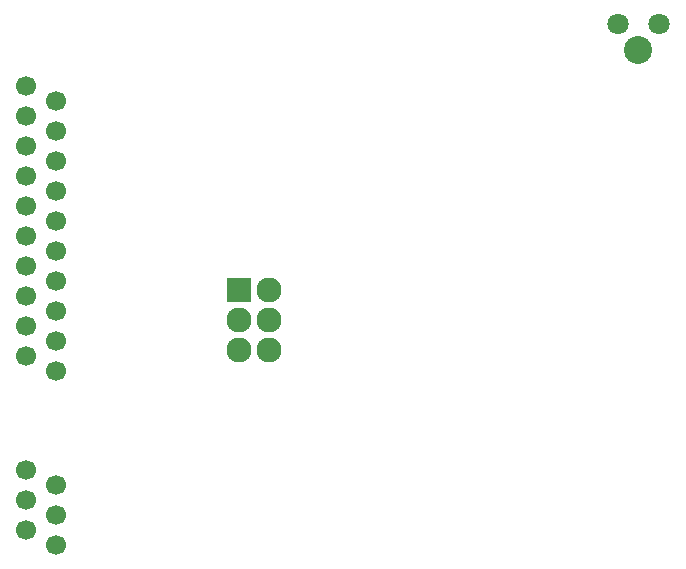
<source format=gbr>
G04 #@! TF.FileFunction,Soldermask,Bot*
%FSLAX46Y46*%
G04 Gerber Fmt 4.6, Leading zero omitted, Abs format (unit mm)*
G04 Created by KiCad (PCBNEW 4.0.7) date 11/20/17 16:46:11*
%MOMM*%
%LPD*%
G01*
G04 APERTURE LIST*
%ADD10C,0.100000*%
%ADD11C,1.700000*%
%ADD12C,1.797000*%
%ADD13C,2.381000*%
%ADD14R,2.127200X2.127200*%
%ADD15O,2.127200X2.127200*%
G04 APERTURE END LIST*
D10*
D11*
X119634000Y-77216000D03*
X119634000Y-74676000D03*
X119634000Y-72136000D03*
X119634000Y-79756000D03*
X122174000Y-73406000D03*
X122174000Y-75946000D03*
X122174000Y-78486000D03*
X122174000Y-81026000D03*
X119634000Y-82296000D03*
X122174000Y-83566000D03*
X119634000Y-84836000D03*
X122174000Y-86106000D03*
X119634000Y-87376000D03*
X122174000Y-88646000D03*
X119634000Y-89916000D03*
X122174000Y-91186000D03*
X119634000Y-92456000D03*
X122174000Y-93726000D03*
X119634000Y-94996000D03*
X122174000Y-96266000D03*
X119634000Y-109728000D03*
X119634000Y-107188000D03*
X119634000Y-104648000D03*
X122174000Y-105918000D03*
X122174000Y-108458000D03*
X122174000Y-110998000D03*
D12*
X173200000Y-66858000D03*
X169700000Y-66858000D03*
D13*
X171450000Y-69088000D03*
D14*
X137668000Y-89408000D03*
D15*
X140208000Y-89408000D03*
X137668000Y-91948000D03*
X140208000Y-91948000D03*
X137668000Y-94488000D03*
X140208000Y-94488000D03*
M02*

</source>
